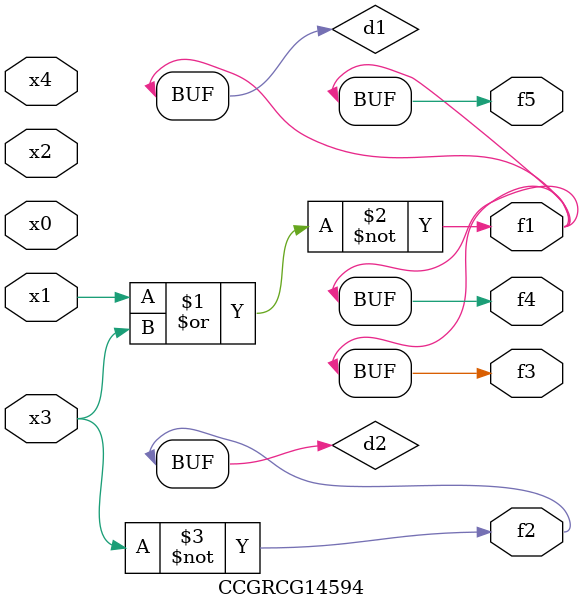
<source format=v>
module CCGRCG14594(
	input x0, x1, x2, x3, x4,
	output f1, f2, f3, f4, f5
);

	wire d1, d2;

	nor (d1, x1, x3);
	not (d2, x3);
	assign f1 = d1;
	assign f2 = d2;
	assign f3 = d1;
	assign f4 = d1;
	assign f5 = d1;
endmodule

</source>
